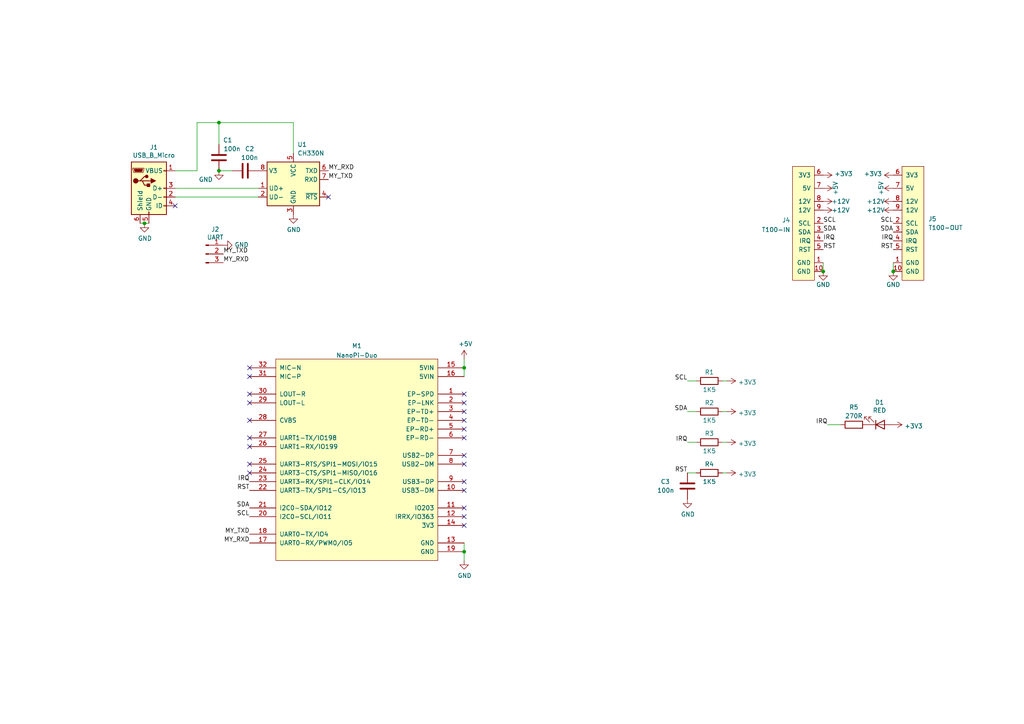
<source format=kicad_sch>
(kicad_sch (version 20211123) (generator eeschema)
  (paper "A4")
  (lib_symbols
    (symbol "Connector:Conn_01x03_Male" (pin_names (offset 1.016) hide)
      (property "Reference" "J" (at 0 5.08 0))
      (property "Value" "Conn_01x03_Male" (at 0 -5.08 0))
      (symbol "Conn_01x03_Male_1_1"
        (polyline (pts (xy 1.27 -2.54) (xy 0.8636 -2.54)) (stroke (width 0.1524)))
        (polyline (pts (xy 1.27 0) (xy 0.8636 0)) (stroke (width 0.1524)))
        (polyline (pts (xy 1.27 2.54) (xy 0.8636 2.54)) (stroke (width 0.1524)))
        (rectangle (start 0.8636 -2.413) (end 0 -2.667) (stroke (width 0.1524)) (fill (type outline)))
        (rectangle (start 0.8636 0.127) (end 0 -0.127) (stroke (width 0.1524)) (fill (type outline)))
        (rectangle (start 0.8636 2.667) (end 0 2.413) (stroke (width 0.1524)) (fill (type outline)))
        (pin passive line (at 5.08 2.54 180) (length 3.81) (name "Pin_1") (number "1"))
        (pin passive line (at 5.08 0 180) (length 3.81) (name "Pin_2") (number "2"))
        (pin passive line (at 5.08 -2.54 180) (length 3.81) (name "Pin_3") (number "3"))
      )
    )
    (symbol "Connector:USB_B_Micro" (pin_names (offset 1.016))
      (property "Reference" "J" (at -5.08 11.43 0))
      (property "Value" "USB_B_Micro" (at -5.08 8.89 0))
      (symbol "USB_B_Micro_0_1"
        (rectangle (start -5.08 -7.62) (end 5.08 7.62) (stroke (width 0.254)) (fill (type background)))
        (circle (center -3.81 2.159) (radius 0.635) (stroke (width 0.254)) (fill (type outline)))
        (circle (center -0.635 3.429) (radius 0.381) (stroke (width 0.254)) (fill (type outline)))
        (rectangle (start -0.127 -7.62) (end 0.127 -6.858))
        (polyline (pts (xy -1.905 2.159) (xy 0.635 2.159)) (stroke (width 0.254)))
        (polyline (pts (xy -3.175 2.159) (xy -2.54 2.159) (xy -1.27 3.429) (xy -0.635 3.429)) (stroke (width 0.254)))
        (polyline (pts (xy -2.54 2.159) (xy -1.905 2.159) (xy -1.27 0.889) (xy 0 0.889)) (stroke (width 0.254)))
        (polyline (pts (xy 0.635 2.794) (xy 0.635 1.524) (xy 1.905 2.159) (xy 0.635 2.794)) (stroke (width 0.254)) (fill (type outline)))
        (polyline (pts (xy -4.318 5.588) (xy -1.778 5.588) (xy -2.032 4.826) (xy -4.064 4.826) (xy -4.318 5.588)) (fill (type outline)))
        (polyline (pts (xy -4.699 5.842) (xy -4.699 5.588) (xy -4.445 4.826) (xy -4.445 4.572) (xy -1.651 4.572) (xy -1.651 4.826) (xy -1.397 5.588) (xy -1.397 5.842) (xy -4.699 5.842)))
        (rectangle (start 0.254 1.27) (end -0.508 0.508) (stroke (width 0.254)) (fill (type outline)))
        (rectangle (start 5.08 -5.207) (end 4.318 -4.953))
        (rectangle (start 5.08 -2.667) (end 4.318 -2.413))
        (rectangle (start 5.08 -0.127) (end 4.318 0.127))
        (rectangle (start 5.08 4.953) (end 4.318 5.207))
      )
      (symbol "USB_B_Micro_1_1"
        (pin power_out line (at 7.62 5.08 180) (length 2.54) (name "VBUS") (number "1"))
        (pin bidirectional line (at 7.62 -2.54 180) (length 2.54) (name "D-") (number "2"))
        (pin bidirectional line (at 7.62 0 180) (length 2.54) (name "D+") (number "3"))
        (pin passive line (at 7.62 -5.08 180) (length 2.54) (name "ID") (number "4"))
        (pin power_out line (at 0 -10.16 90) (length 2.54) (name "GND") (number "5"))
        (pin passive line (at -2.54 -10.16 90) (length 2.54) (name "Shield") (number "6"))
      )
    )
    (symbol "Device:C" (pin_numbers hide) (pin_names (offset 0.254))
      (property "Reference" "C" (at 0.635 2.54 0))
      (property "Value" "C" (at 0.635 -2.54 0))
      (symbol "C_0_1"
        (polyline (pts (xy -2.032 -0.762) (xy 2.032 -0.762)) (stroke (width 0.508)))
        (polyline (pts (xy -2.032 0.762) (xy 2.032 0.762)) (stroke (width 0.508)))
      )
      (symbol "C_1_1"
        (pin passive line (at 0 3.81 270) (length 2.794) (name "~") (number "1"))
        (pin passive line (at 0 -3.81 90) (length 2.794) (name "~") (number "2"))
      )
    )
    (symbol "Device:LED" (pin_numbers hide) (pin_names (offset 1.016) hide)
      (property "Reference" "D" (at 0 2.54 0))
      (property "Value" "LED" (at 0 -2.54 0))
      (symbol "LED_0_1"
        (polyline (pts (xy -1.27 -1.27) (xy -1.27 1.27)) (stroke (width 0.254)))
        (polyline (pts (xy -1.27 0) (xy 1.27 0)))
        (polyline (pts (xy 1.27 -1.27) (xy 1.27 1.27) (xy -1.27 0) (xy 1.27 -1.27)) (stroke (width 0.254)))
        (polyline (pts (xy -3.048 -0.762) (xy -4.572 -2.286) (xy -3.81 -2.286) (xy -4.572 -2.286) (xy -4.572 -1.524)))
        (polyline (pts (xy -1.778 -0.762) (xy -3.302 -2.286) (xy -2.54 -2.286) (xy -3.302 -2.286) (xy -3.302 -1.524)))
      )
      (symbol "LED_1_1"
        (pin passive line (at -3.81 0 0) (length 2.54) (name "K") (number "1"))
        (pin passive line (at 3.81 0 180) (length 2.54) (name "A") (number "2"))
      )
    )
    (symbol "Device:R" (pin_numbers hide) (pin_names (offset 0))
      (property "Reference" "R" (at 2.032 0 90))
      (property "Value" "R" (at 0 0 90))
      (symbol "R_0_1"
        (rectangle (start -1.016 -2.54) (end 1.016 2.54) (stroke (width 0.254)))
      )
      (symbol "R_1_1"
        (pin passive line (at 0 3.81 270) (length 1.27) (name "~") (number "1"))
        (pin passive line (at 0 -3.81 90) (length 1.27) (name "~") (number "2"))
      )
    )
    (symbol "Drake:NanoPi-Duo" (pin_names (offset 1.016))
      (property "Reference" "M" (at 0 -33.02 0))
      (property "Value" "NanoPi-Duo" (at 0 30.48 0))
      (symbol "NanoPi-Duo_1_0"
        (rectangle (start -22.86 -30.48) (end 24.13 27.94) (fill (type background)))
      )
      (symbol "NanoPi-Duo_1_1"
        (pin bidirectional line (at 31.75 17.78 180) (length 7.62) (name "EP-SPD") (number "1"))
        (pin bidirectional line (at 31.75 -10.16 180) (length 7.62) (name "USB3-DM") (number "10"))
        (pin bidirectional line (at 31.75 -15.24 180) (length 7.62) (name "IO203") (number "11"))
        (pin bidirectional line (at 31.75 -17.78 180) (length 7.62) (name "IRRX/IO363") (number "12"))
        (pin power_in line (at 31.75 -25.4 180) (length 7.62) (name "GND") (number "13"))
        (pin power_out line (at 31.75 -20.32 180) (length 7.62) (name "3V3") (number "14"))
        (pin power_in line (at 31.75 25.4 180) (length 7.62) (name "5VIN") (number "15"))
        (pin power_in line (at 31.75 22.86 180) (length 7.62) (name "5VIN") (number "16"))
        (pin bidirectional line (at -30.48 -25.4 0) (length 7.62) (name "UART0-RX/PWM0/IO5") (number "17"))
        (pin bidirectional line (at -30.48 -22.86 0) (length 7.62) (name "UART0-TX/IO4") (number "18"))
        (pin power_in line (at 31.75 -27.94 180) (length 7.62) (name "GND") (number "19"))
        (pin bidirectional line (at 31.75 15.24 180) (length 7.62) (name "EP-LNK") (number "2"))
        (pin bidirectional line (at -30.48 -17.78 0) (length 7.62) (name "I2C0-SCL/IO11") (number "20"))
        (pin bidirectional line (at -30.48 -15.24 0) (length 7.62) (name "I2C0-SDA/IO12") (number "21"))
        (pin bidirectional line (at -30.48 -10.16 0) (length 7.62) (name "UART3-TX/SPI1-CS/IO13") (number "22"))
        (pin bidirectional line (at -30.48 -7.62 0) (length 7.62) (name "UART3-RX/SPI1-CLK/IO14") (number "23"))
        (pin bidirectional line (at -30.48 -5.08 0) (length 7.62) (name "UART3-CTS/SPI1-MISO/IO16") (number "24"))
        (pin bidirectional line (at -30.48 -2.54 0) (length 7.62) (name "UART3-RTS/SPI1-MOSI/IO15") (number "25"))
        (pin bidirectional line (at -30.48 2.54 0) (length 7.62) (name "UART1-RX/IO199") (number "26"))
        (pin bidirectional line (at -30.48 5.08 0) (length 7.62) (name "UART1-TX/IO198") (number "27"))
        (pin bidirectional line (at -30.48 10.16 0) (length 7.62) (name "CVBS") (number "28"))
        (pin bidirectional line (at -30.48 15.24 0) (length 7.62) (name "LOUT-L") (number "29"))
        (pin bidirectional line (at 31.75 12.7 180) (length 7.62) (name "EP-TD+") (number "3"))
        (pin bidirectional line (at -30.48 17.78 0) (length 7.62) (name "LOUT-R") (number "30"))
        (pin bidirectional line (at -30.48 22.86 0) (length 7.62) (name "MIC-P") (number "31"))
        (pin bidirectional line (at -30.48 25.4 0) (length 7.62) (name "MIC-N") (number "32"))
        (pin bidirectional line (at 31.75 10.16 180) (length 7.62) (name "EP-TD-") (number "4"))
        (pin bidirectional line (at 31.75 7.62 180) (length 7.62) (name "EP-RD+") (number "5"))
        (pin bidirectional line (at 31.75 5.08 180) (length 7.62) (name "EP-RD-") (number "6"))
        (pin bidirectional line (at 31.75 0 180) (length 7.62) (name "USB2-DP") (number "7"))
        (pin bidirectional line (at 31.75 -2.54 180) (length 7.62) (name "USB2-DM") (number "8"))
        (pin bidirectional line (at 31.75 -7.62 180) (length 7.62) (name "USB3-DP") (number "9"))
      )
    )
    (symbol "Drake:T100-IN" (pin_names (offset 1.016))
      (property "Reference" "J" (at -3.81 -17.78 0))
      (property "Value" "T100-IN" (at -2.54 17.78 0))
      (symbol "T100-IN_0_0"
        (pin power_out line (at 2.54 -11.43 180) (length 2.54) (name "GND") (number "1"))
        (pin power_in line (at 2.54 -13.97 180) (length 2.54) (name "GND") (number "10"))
        (pin output line (at 2.54 0 180) (length 2.54) (name "SCL") (number "2"))
        (pin bidirectional line (at 2.54 -2.54 180) (length 2.54) (name "SDA") (number "3"))
        (pin bidirectional line (at 2.54 -5.08 180) (length 2.54) (name "IRQ") (number "4"))
        (pin bidirectional line (at 2.54 -7.62 180) (length 2.54) (name "RST") (number "5"))
        (pin power_out line (at 2.54 13.97 180) (length 2.54) (name "3V3") (number "6"))
        (pin power_out line (at 2.54 10.16 180) (length 2.54) (name "5V") (number "7"))
        (pin power_out line (at 2.54 6.35 180) (length 2.54) (name "12V") (number "8"))
        (pin power_in line (at 2.54 3.81 180) (length 2.54) (name "12V") (number "9"))
      )
      (symbol "T100-IN_0_1"
        (rectangle (start 0 16.51) (end -6.35 -16.51) (fill (type background)))
      )
    )
    (symbol "Drake:T100-OUT" (pin_names (offset 1.016))
      (property "Reference" "J" (at 1.27 -17.78 0))
      (property "Value" "T100-OUT" (at 3.81 17.78 0))
      (symbol "T100-OUT_0_0"
        (pin power_in line (at -2.54 -11.43 0) (length 2.54) (name "GND") (number "1"))
        (pin power_in line (at -2.54 -13.97 0) (length 2.54) (name "GND") (number "10"))
        (pin input line (at -2.54 0 0) (length 2.54) (name "SCL") (number "2"))
        (pin bidirectional line (at -2.54 -2.54 0) (length 2.54) (name "SDA") (number "3"))
        (pin bidirectional line (at -2.54 -5.08 0) (length 2.54) (name "IRQ") (number "4"))
        (pin bidirectional line (at -2.54 -7.62 0) (length 2.54) (name "RST") (number "5"))
        (pin power_in line (at -2.54 13.97 0) (length 2.54) (name "3V3") (number "6"))
        (pin power_in line (at -2.54 10.16 0) (length 2.54) (name "5V") (number "7"))
        (pin power_in line (at -2.54 6.35 0) (length 2.54) (name "12V") (number "8"))
        (pin power_in line (at -2.54 3.81 0) (length 2.54) (name "12V") (number "9"))
      )
      (symbol "T100-OUT_0_1"
        (rectangle (start 6.35 16.51) (end 0 -16.51) (fill (type background)))
      )
    )
    (symbol "Interface_USB:CH330N"
      (property "Reference" "U" (at -7.62 6.35 0))
      (property "Value" "CH330N" (at 7.62 6.35 0))
      (symbol "CH330N_0_1"
        (rectangle (start -7.62 5.08) (end 7.62 -7.62) (stroke (width 0.254)) (fill (type background)))
      )
      (symbol "CH330N_1_1"
        (pin bidirectional line (at -10.16 -2.54 0) (length 2.54) (name "UD+") (number "1"))
        (pin bidirectional line (at -10.16 -5.08 0) (length 2.54) (name "UD-") (number "2"))
        (pin power_in line (at 0 -10.16 90) (length 2.54) (name "GND") (number "3"))
        (pin output line (at 10.16 -5.08 180) (length 2.54) (name "~{RTS}") (number "4"))
        (pin power_in line (at 0 7.62 270) (length 2.54) (name "VCC") (number "5"))
        (pin output line (at 10.16 2.54 180) (length 2.54) (name "TXD") (number "6"))
        (pin input line (at 10.16 0 180) (length 2.54) (name "RXD") (number "7"))
        (pin passive line (at -10.16 2.54 0) (length 2.54) (name "V3") (number "8"))
      )
    )
    (symbol "power:+12V" (power) (pin_names (offset 0))
      (property "Value" "+12V" (at 0 3.556 0))
      (symbol "+12V_0_1"
        (polyline (pts (xy -0.762 1.27) (xy 0 2.54)))
        (polyline (pts (xy 0 0) (xy 0 2.54)))
        (polyline (pts (xy 0 2.54) (xy 0.762 1.27)))
      )
      (symbol "+12V_1_1"
        (pin power_in line (at 0 0 90) (length 0) hide (name "+12V") (number "1"))
      )
    )
    (symbol "power:+3V3" (power) (pin_names (offset 0))
      (property "Value" "+3V3" (at 0 3.556 0))
      (symbol "+3V3_0_1"
        (polyline (pts (xy -0.762 1.27) (xy 0 2.54)))
        (polyline (pts (xy 0 0) (xy 0 2.54)))
        (polyline (pts (xy 0 2.54) (xy 0.762 1.27)))
      )
      (symbol "+3V3_1_1"
        (pin power_in line (at 0 0 90) (length 0) hide (name "+3V3") (number "1"))
      )
    )
    (symbol "power:+5V" (power) (pin_names (offset 0))
      (property "Value" "+5V" (at 0 3.556 0))
      (symbol "+5V_0_1"
        (polyline (pts (xy -0.762 1.27) (xy 0 2.54)))
        (polyline (pts (xy 0 0) (xy 0 2.54)))
        (polyline (pts (xy 0 2.54) (xy 0.762 1.27)))
      )
      (symbol "+5V_1_1"
        (pin power_in line (at 0 0 90) (length 0) hide (name "+5V") (number "1"))
      )
    )
    (symbol "power:GND" (power) (pin_names (offset 0))
      (property "Value" "GND" (at 0 -3.81 0))
      (symbol "GND_0_1"
        (polyline (pts (xy 0 0) (xy 0 -1.27) (xy 1.27 -1.27) (xy 0 -2.54) (xy -1.27 -1.27) (xy 0 -1.27)))
      )
      (symbol "GND_1_1"
        (pin power_in line (at 0 0 270) (length 0) hide (name "GND") (number "1"))
      )
    )
  )
  (junction (at 41.91 64.77))
  (junction (at 63.5 35.56))
  (junction (at 134.62 160.02))
  (junction (at 238.76 78.74))
  (junction (at 134.62 106.68))
  (junction (at 259.08 78.74))
  (junction (at 63.5 49.53))
  (no_connect (at 72.39 116.84))
  (no_connect (at 72.39 114.3))
  (no_connect (at 72.39 109.22))
  (no_connect (at 72.39 121.92))
  (no_connect (at 72.39 106.68))
  (no_connect (at 72.39 129.54))
  (no_connect (at 72.39 127))
  (no_connect (at 72.39 134.62))
  (no_connect (at 72.39 137.16))
  (no_connect (at 134.62 147.32))
  (no_connect (at 134.62 152.4))
  (no_connect (at 134.62 139.7))
  (no_connect (at 134.62 142.24))
  (no_connect (at 134.62 149.86))
  (no_connect (at 134.62 134.62))
  (no_connect (at 134.62 132.08))
  (no_connect (at 134.62 116.84))
  (no_connect (at 134.62 119.38))
  (no_connect (at 134.62 121.92))
  (no_connect (at 134.62 114.3))
  (no_connect (at 134.62 124.46))
  (no_connect (at 134.62 127))
  (no_connect (at 95.25 57.15))
  (no_connect (at 50.8 59.69))
  (wire (pts (xy 63.5 49.53) (xy 67.31 49.53)))
  (wire (pts (xy 201.93 110.49) (xy 199.39 110.49)))
  (wire (pts (xy 63.5 35.56) (xy 85.09 35.56)))
  (wire (pts (xy 85.09 35.56) (xy 85.09 44.45)))
  (wire (pts (xy 201.93 119.38) (xy 199.39 119.38)))
  (wire (pts (xy 134.62 160.02) (xy 134.62 162.56)))
  (wire (pts (xy 134.62 106.68) (xy 134.62 109.22)))
  (wire (pts (xy 50.8 57.15) (xy 74.93 57.15)))
  (wire (pts (xy 201.93 137.16) (xy 199.39 137.16)))
  (wire (pts (xy 41.91 64.77) (xy 43.18 64.77)))
  (wire (pts (xy 259.08 76.2) (xy 259.08 78.74)))
  (wire (pts (xy 57.15 49.53) (xy 57.15 35.56)))
  (wire (pts (xy 201.93 128.27) (xy 199.39 128.27)))
  (wire (pts (xy 57.15 35.56) (xy 63.5 35.56)))
  (wire (pts (xy 240.03 123.19) (xy 243.84 123.19)))
  (wire (pts (xy 63.5 41.91) (xy 63.5 35.56)))
  (wire (pts (xy 40.64 64.77) (xy 41.91 64.77)))
  (wire (pts (xy 209.55 119.38) (xy 210.82 119.38)))
  (wire (pts (xy 238.76 76.2) (xy 238.76 78.74)))
  (wire (pts (xy 50.8 54.61) (xy 74.93 54.61)))
  (wire (pts (xy 134.62 104.14) (xy 134.62 106.68)))
  (wire (pts (xy 209.55 137.16) (xy 210.82 137.16)))
  (wire (pts (xy 134.62 157.48) (xy 134.62 160.02)))
  (wire (pts (xy 50.8 49.53) (xy 57.15 49.53)))
  (wire (pts (xy 209.55 128.27) (xy 210.82 128.27)))
  (wire (pts (xy 209.55 110.49) (xy 210.82 110.49)))
  (label "IRQ" (at 238.76 69.85 0))
  (label "SCL" (at 72.39 149.86 180))
  (label "IRQ" (at 240.03 123.19 180))
  (label "MY_RXD" (at 72.39 157.48 180))
  (label "SDA" (at 72.39 147.32 180))
  (label "MY_RXD" (at 64.77 76.2 0))
  (label "RST" (at 199.39 137.16 180))
  (label "MY_TXD" (at 64.77 73.66 0))
  (label "MY_TXD" (at 72.39 154.94 180))
  (label "SDA" (at 238.76 67.31 0))
  (label "SDA" (at 199.39 119.38 180))
  (label "IRQ" (at 199.39 128.27 180))
  (label "SCL" (at 199.39 110.49 180))
  (label "SCL" (at 238.76 64.77 0))
  (label "SDA" (at 259.08 67.31 180))
  (label "SCL" (at 259.08 64.77 180))
  (label "RST" (at 259.08 72.39 180))
  (label "IRQ" (at 259.08 69.85 180))
  (label "MY_RXD" (at 95.25 49.53 0))
  (label "RST" (at 238.76 72.39 0))
  (label "MY_TXD" (at 95.25 52.07 0))
  (label "RST" (at 72.39 142.24 180))
  (label "IRQ" (at 72.39 139.7 180))
  (symbol (lib_id "power:GND") (at 134.62 162.56 0) (unit 1)
    (property "Reference" "#PWR06" (effects hide))
    (property "Value" "GND" (at 134.747 166.9542 0))
  )
  (symbol (lib_id "power:+5V") (at 134.62 104.14 0) (unit 1)
    (property "Reference" "#PWR05" (effects hide))
    (property "Value" "+5V" (at 135.001 99.7458 0))
  )
  (symbol (lib_id "Interface_USB:CH330N") (at 85.09 52.07 0) (unit 1)
    (property "Reference" "U1" (at 87.63 41.91 0))
    (property "Value" "CH330N" (at 90.17 44.45 0))
    (property "Footprint" "Package_SO:SOIC-8_3.9x4.9mm_P1.27mm" (effects hide))
    (property "Datasheet" "http://www.wch.cn/downloads/file/240.html" (effects hide))
  )
  (symbol (lib_id "Device:C") (at 63.5 45.72 0) (unit 1)
    (property "Reference" "C1" (at 66.04 40.64 0))
    (property "Value" "100n" (at 67.31 43.18 0))
    (property "Footprint" "Capacitor_SMD:C_0805_2012Metric_Pad1.18x1.45mm_HandSolder" (effects hide))
  )
  (symbol (lib_id "power:GND") (at 85.09 62.23 0) (unit 1)
    (property "Reference" "#PWR04" (effects hide))
    (property "Value" "GND" (at 85.217 66.6242 0))
  )
  (symbol (lib_id "Connector:Conn_01x03_Male") (at 59.69 73.66 0) (unit 1)
    (property "Reference" "J2" (at 62.4332 66.5226 0))
    (property "Value" "UART" (at 62.4332 68.834 0))
    (property "Footprint" "Connector_PinHeader_2.54mm:PinHeader_1x03_P2.54mm_Horizontal" (effects hide))
  )
  (symbol (lib_id "Connector:USB_B_Micro") (at 43.18 54.61 0) (unit 1)
    (property "Reference" "J1" (at 44.6278 42.7482 0))
    (property "Value" "USB_B_Micro" (at 44.6278 45.0596 0))
    (property "Footprint" "Drake:conn_usb_B_micro_smd-2" (effects hide))
  )
  (symbol (lib_id "power:GND") (at 41.91 64.77 0) (unit 1)
    (property "Reference" "#PWR01" (effects hide))
    (property "Value" "GND" (at 42.037 69.1642 0))
  )
  (symbol (lib_id "power:GND") (at 64.77 71.12 90) (unit 1)
    (property "Reference" "#PWR03" (effects hide))
    (property "Value" "GND" (at 68.0212 70.993 90) (effects (justify right)))
  )
  (symbol (lib_id "Device:C") (at 71.12 49.53 270) (unit 1)
    (property "Reference" "C2" (at 72.39 43.18 90))
    (property "Value" "100n" (at 72.39 45.72 90))
    (property "Footprint" "Capacitor_SMD:C_0805_2012Metric_Pad1.18x1.45mm_HandSolder" (effects hide))
  )
  (symbol (lib_id "power:GND") (at 63.5 49.53 0) (unit 1)
    (property "Reference" "#PWR02" (effects hide))
    (property "Value" "GND" (at 59.69 52.07 0))
  )
  (symbol (lib_id "Drake:T100-OUT") (at 261.62 64.77 0) (unit 1)
    (property "Reference" "J5" (at 269.24 63.5 0) (effects (justify left)))
    (property "Value" "T100-OUT" (at 269.24 66.04 0) (effects (justify left)))
    (property "Footprint" "Connector_PinSocket_2.54mm:PinSocket_1x10_P2.54mm_Horizontal" (effects hide))
  )
  (symbol (lib_id "power:+5V") (at 259.08 54.61 90) (unit 1)
    (property "Reference" "#PWR018" (effects hide))
    (property "Value" "+5V" (at 255.524 54.61 0))
  )
  (symbol (lib_id "power:+3V3") (at 259.08 50.8 90) (unit 1)
    (property "Reference" "#PWR017" (effects hide))
    (property "Value" "+3V3" (at 255.8288 50.419 90) (effects (justify left)))
  )
  (symbol (lib_id "power:+12V") (at 259.08 58.42 90) (unit 1)
    (property "Reference" "#PWR019" (effects hide))
    (property "Value" "+12V" (at 254 58.42 90))
  )
  (symbol (lib_id "power:+12V") (at 259.08 60.96 90) (unit 1)
    (property "Reference" "#PWR020" (effects hide))
    (property "Value" "+12V" (at 254 60.96 90))
  )
  (symbol (lib_id "power:GND") (at 259.08 78.74 0) (unit 1)
    (property "Reference" "#PWR021" (effects hide))
    (property "Value" "GND" (at 259.08 82.55 0))
  )
  (symbol (lib_id "Device:R") (at 205.74 110.49 90) (unit 1)
    (property "Reference" "R1" (at 205.74 107.95 90))
    (property "Value" "1K5" (at 205.74 113.03 90))
    (property "Footprint" "Resistor_SMD:R_0805_2012Metric" (effects hide))
  )
  (symbol (lib_id "Drake:T100-IN") (at 236.22 64.77 0) (unit 1)
    (property "Reference" "J4" (at 229.235 63.8615 0) (effects (justify right)))
    (property "Value" "T100-IN" (at 229.235 66.6366 0) (effects (justify right)))
    (property "Footprint" "Connector_PinHeader_2.54mm:PinHeader_1x10_P2.54mm_Horizontal" (effects hide))
  )
  (symbol (lib_id "power:+12V") (at 238.76 58.42 270) (mirror x) (unit 1)
    (property "Reference" "#PWR014" (effects hide))
    (property "Value" "+12V" (at 243.84 58.42 90))
  )
  (symbol (lib_id "power:+12V") (at 238.76 60.96 270) (mirror x) (unit 1)
    (property "Reference" "#PWR015" (effects hide))
    (property "Value" "+12V" (at 243.84 60.96 90))
  )
  (symbol (lib_id "power:+3V3") (at 210.82 137.16 270) (unit 1)
    (property "Reference" "#PWR011" (effects hide))
    (property "Value" "+3V3" (at 214.0712 137.541 90) (effects (justify left)))
  )
  (symbol (lib_id "power:+3V3") (at 259.08 123.19 270) (unit 1)
    (property "Reference" "#PWR022" (effects hide))
    (property "Value" "+3V3" (at 262.3312 123.571 90) (effects (justify left)))
  )
  (symbol (lib_id "power:+3V3") (at 210.82 110.49 270) (unit 1)
    (property "Reference" "#PWR08" (effects hide))
    (property "Value" "+3V3" (at 214.0712 110.871 90) (effects (justify left)))
  )
  (symbol (lib_id "Device:C") (at 199.39 140.97 180) (unit 1)
    (property "Reference" "C3" (at 194.31 139.7 0) (effects (justify left)))
    (property "Value" "100n" (at 195.58 142.24 0) (effects (justify left)))
    (property "Footprint" "Capacitor_SMD:C_0805_2012Metric" (effects hide))
  )
  (symbol (lib_id "power:+5V") (at 238.76 54.61 270) (mirror x) (unit 1)
    (property "Reference" "#PWR013" (effects hide))
    (property "Value" "+5V" (at 242.316 54.61 0))
  )
  (symbol (lib_id "Device:R") (at 205.74 128.27 90) (unit 1)
    (property "Reference" "R3" (at 205.74 125.73 90))
    (property "Value" "1K5" (at 205.74 130.81 90))
    (property "Footprint" "Resistor_SMD:R_0805_2012Metric" (effects hide))
  )
  (symbol (lib_id "Device:R") (at 247.65 123.19 90) (unit 1)
    (property "Reference" "R5" (at 247.65 118.11 90))
    (property "Value" "270R" (at 247.65 120.65 90))
    (property "Footprint" "Resistor_SMD:R_0805_2012Metric" (effects hide))
  )
  (symbol (lib_id "Device:R") (at 205.74 119.38 90) (unit 1)
    (property "Reference" "R2" (at 205.74 116.84 90))
    (property "Value" "1K5" (at 205.74 121.92 90))
    (property "Footprint" "Resistor_SMD:R_0805_2012Metric" (effects hide))
  )
  (symbol (lib_id "power:+3V3") (at 210.82 128.27 270) (unit 1)
    (property "Reference" "#PWR010" (effects hide))
    (property "Value" "+3V3" (at 214.0712 128.651 90) (effects (justify left)))
  )
  (symbol (lib_id "Drake:NanoPi-Duo") (at 102.87 132.08 0) (unit 1)
    (property "Reference" "M1" (at 103.505 100.3005 0))
    (property "Value" "NanoPi-Duo" (at 103.505 103.0756 0))
    (property "Footprint" "Drake:NanoPi-Duo" (effects hide))
    (property "Datasheet" "DOCUMENTATION" (effects hide))
  )
  (symbol (lib_id "power:GND") (at 199.39 144.78 0) (unit 1)
    (property "Reference" "#PWR07" (effects hide))
    (property "Value" "GND" (at 199.517 149.1742 0))
  )
  (symbol (lib_id "Device:R") (at 205.74 137.16 90) (unit 1)
    (property "Reference" "R4" (at 205.74 134.62 90))
    (property "Value" "1K5" (at 205.74 139.7 90))
    (property "Footprint" "Resistor_SMD:R_0805_2012Metric" (effects hide))
  )
  (symbol (lib_id "power:GND") (at 238.76 78.74 0) (mirror y) (unit 1)
    (property "Reference" "#PWR016" (effects hide))
    (property "Value" "GND" (at 238.76 82.55 0))
  )
  (symbol (lib_id "power:+3V3") (at 210.82 119.38 270) (unit 1)
    (property "Reference" "#PWR09" (effects hide))
    (property "Value" "+3V3" (at 214.0712 119.761 90) (effects (justify left)))
  )
  (symbol (lib_id "power:+3V3") (at 238.76 50.8 270) (mirror x) (unit 1)
    (property "Reference" "#PWR012" (effects hide))
    (property "Value" "+3V3" (at 242.0112 50.419 90) (effects (justify left)))
  )
  (symbol (lib_id "Device:LED") (at 255.27 123.19 0) (mirror x) (unit 1)
    (property "Reference" "D1" (at 255.0922 116.713 0))
    (property "Value" "RED" (at 255.0922 119.0244 0))
    (property "Footprint" "LED_SMD:LED_0805_2012Metric_Pad1.15x1.40mm_HandSolder" (effects hide))
  )
)
</source>
